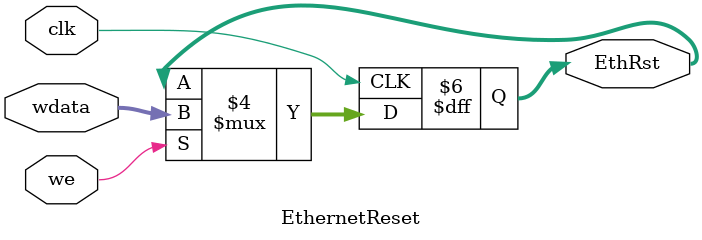
<source format=v>
module EthernetReset(
	input clk,
	input [31:0]wdata,
	input we,
	output reg [31:0]EthRst = 32'b0
);
	always @(negedge clk) begin
		if(we) begin
			EthRst <= wdata;
		end else begin
			EthRst <= EthRst;
		end
	end
endmodule
</source>
